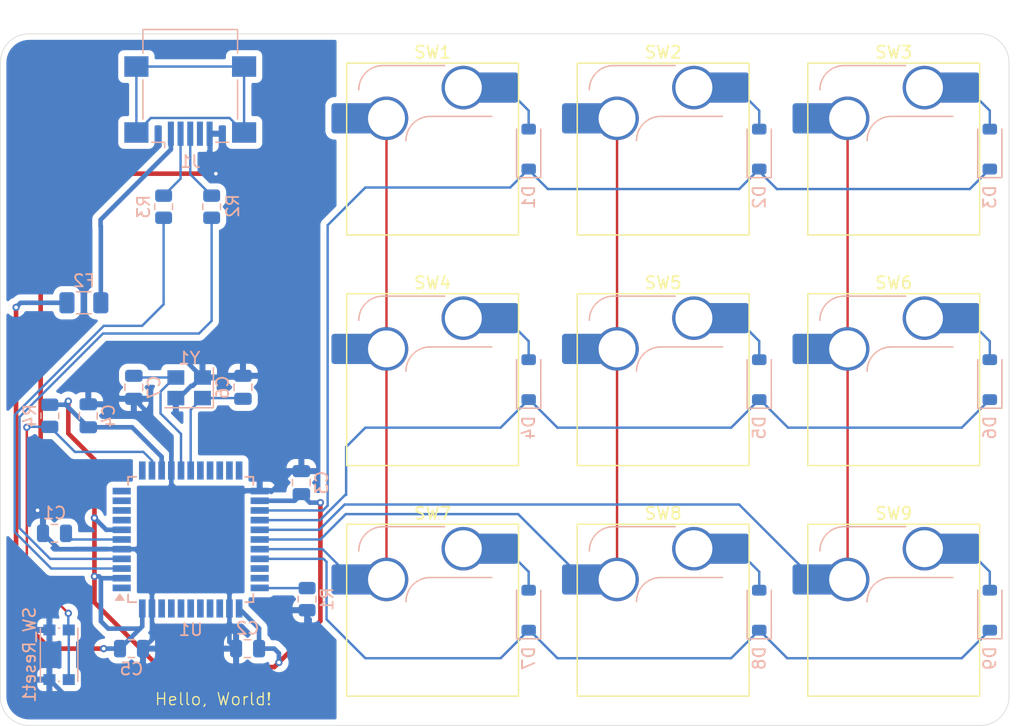
<source format=kicad_pcb>
(kicad_pcb (version 20240108) (generator "pcbnew") (generator_version "8.0")
  (layers (0 "F.Cu" signal) (31 "B.Cu" signal) (34 "B.Paste" user) (35 "F.Paste" user) (36 "B.SilkS" user "B.Silkscreen") (37 "F.SilkS" user "F.Silkscreen") (38 "B.Mask" user) (39 "F.Mask" user) (44 "Edge.Cuts" user))
  (net 0 "")
  (net 1 "GND")
  (net 2 "Net-(U1-UCAP)")
  (net 3 "+5V")
  (net 4 "Net-(U1-XTAL1)")
  (net 5 "Net-(U1-XTAL2)")
  (net 6 "/Row0")
  (net 7 "Net-(D1-A)")
  (net 8 "Net-(D2-A)")
  (net 9 "Net-(D3-A)")
  (net 10 "/Row1")
  (net 11 "Net-(D4-A)")
  (net 12 "Net-(D5-A)")
  (net 13 "Net-(D6-A)")
  (net 14 "Net-(D7-A)")
  (net 15 "/Row2")
  (net 16 "Net-(D8-A)")
  (net 17 "Net-(D9-A)")
  (net 18 "VCC")
  (net 19 "unconnected-(J1-Shield-Pad6)")
  (net 20 "/D-")
  (net 21 "/D+")
  (net 23 "Net-(U1-~{HWB}{slash}PE2)")
  (net 24 "Net-(U1-D+)")
  (net 25 "Net-(U1-D-)")
  (net 26 "Net-(U1-~{RESET})")
  (net 27 "/Col0")
  (net 28 "/Col1")
  (net 29 "/Col2")
  (footprint "PCM_Switch_Keyboard_Hotswap_Kailh:SW_Hotswap_Kailh_MX_Plated_1.00u" (layer "F.Cu") (at 127 76.2)
    (property "Reference" "SW5" (at 0 -8 0) (layer "F.SilkS"))
    (property "Value" "SW_Push")
    (pad "" np_thru_hole circle (at -5.08 0) (size 1.75 1.75) (drill 1.75) (layers "*.Cu" "*.Mask"))
    (pad "" np_thru_hole circle (at 0 0) (size 4 4) (drill 4) (layers "*.Cu" "*.Mask"))
    (pad "" np_thru_hole circle (at 5.08 0) (size 1.75 1.75) (drill 1.75) (layers "*.Cu" "*.Mask"))
    (pad "1" smd roundrect (at -6.585 -2.54) (size 3.55 2.5) (layers "B.Cu") (roundrect_rratio 0.1) (net 28 "/Col1"))
    (pad "1" thru_hole circle (at -3.81 -2.54) (size 3.6 3.6) (drill 3.05) (layers "*.Cu" "*.Mask") (net 28 "/Col1"))
    (pad "2" thru_hole circle (at 2.54 -5.08) (size 3.6 3.6) (drill 3.05) (layers "*.Cu" "*.Mask") (net 12 "Net-(D5-A)"))
    (pad "2" smd roundrect (at 5.32 -5.08) (size 3.55 2.5) (layers "B.Cu") (roundrect_rratio 0.1) (net 12 "Net-(D5-A)"))
  )
  (footprint "PCM_Switch_Keyboard_Hotswap_Kailh:SW_Hotswap_Kailh_MX_Plated_1.00u" (layer "F.Cu") (at 146.05 57.15)
    (property "Reference" "SW3" (at 0 -8 0) (layer "F.SilkS"))
    (property "Value" "SW_Push")
    (pad "" np_thru_hole circle (at -5.08 0) (size 1.75 1.75) (drill 1.75) (layers "*.Cu" "*.Mask"))
    (pad "" np_thru_hole circle (at 0 0) (size 4 4) (drill 4) (layers "*.Cu" "*.Mask"))
    (pad "" np_thru_hole circle (at 5.08 0) (size 1.75 1.75) (drill 1.75) (layers "*.Cu" "*.Mask"))
    (pad "1" smd roundrect (at -6.585 -2.54) (size 3.55 2.5) (layers "B.Cu") (roundrect_rratio 0.1) (net 29 "/Col2"))
    (pad "1" thru_hole circle (at -3.81 -2.54) (size 3.6 3.6) (drill 3.05) (layers "*.Cu" "*.Mask") (net 29 "/Col2"))
    (pad "2" thru_hole circle (at 2.54 -5.08) (size 3.6 3.6) (drill 3.05) (layers "*.Cu" "*.Mask") (net 9 "Net-(D3-A)"))
    (pad "2" smd roundrect (at 5.32 -5.08) (size 3.55 2.5) (layers "B.Cu") (roundrect_rratio 0.1) (net 9 "Net-(D3-A)"))
  )
  (footprint "PCM_Switch_Keyboard_Hotswap_Kailh:SW_Hotswap_Kailh_MX_Plated_1.00u" (layer "F.Cu") (at 127 57.15)
    (property "Reference" "SW2" (at 0 -8 0) (layer "F.SilkS"))
    (property "Value" "SW_Push")
    (pad "" np_thru_hole circle (at -5.08 0) (size 1.75 1.75) (drill 1.75) (layers "*.Cu" "*.Mask"))
    (pad "" np_thru_hole circle (at 0 0) (size 4 4) (drill 4) (layers "*.Cu" "*.Mask"))
    (pad "" np_thru_hole circle (at 5.08 0) (size 1.75 1.75) (drill 1.75) (layers "*.Cu" "*.Mask"))
    (pad "1" smd roundrect (at -6.585 -2.54) (size 3.55 2.5) (layers "B.Cu") (roundrect_rratio 0.1) (net 28 "/Col1"))
    (pad "1" thru_hole circle (at -3.81 -2.54) (size 3.6 3.6) (drill 3.05) (layers "*.Cu" "*.Mask") (net 28 "/Col1"))
    (pad "2" thru_hole circle (at 2.54 -5.08) (size 3.6 3.6) (drill 3.05) (layers "*.Cu" "*.Mask") (net 8 "Net-(D2-A)"))
    (pad "2" smd roundrect (at 5.32 -5.08) (size 3.55 2.5) (layers "B.Cu") (roundrect_rratio 0.1) (net 8 "Net-(D2-A)"))
  )
  (footprint "PCM_Switch_Keyboard_Hotswap_Kailh:SW_Hotswap_Kailh_MX_Plated_1.00u" (layer "F.Cu") (at 127 95.25)
    (property "Reference" "SW8" (at 0 -8 0) (layer "F.SilkS"))
    (property "Value" "SW_Push")
    (pad "" np_thru_hole circle (at -5.08 0) (size 1.75 1.75) (drill 1.75) (layers "*.Cu" "*.Mask"))
    (pad "" np_thru_hole circle (at 0 0) (size 4 4) (drill 4) (layers "*.Cu" "*.Mask"))
    (pad "" np_thru_hole circle (at 5.08 0) (size 1.75 1.75) (drill 1.75) (layers "*.Cu" "*.Mask"))
    (pad "1" smd roundrect (at -6.585 -2.54) (size 3.55 2.5) (layers "B.Cu") (roundrect_rratio 0.1) (net 28 "/Col1"))
    (pad "1" thru_hole circle (at -3.81 -2.54) (size 3.6 3.6) (drill 3.05) (layers "*.Cu" "*.Mask") (net 28 "/Col1"))
    (pad "2" thru_hole circle (at 2.54 -5.08) (size 3.6 3.6) (drill 3.05) (layers "*.Cu" "*.Mask") (net 16 "Net-(D8-A)"))
    (pad "2" smd roundrect (at 5.32 -5.08) (size 3.55 2.5) (layers "B.Cu") (roundrect_rratio 0.1) (net 16 "Net-(D8-A)"))
  )
  (footprint "PCM_Switch_Keyboard_Hotswap_Kailh:SW_Hotswap_Kailh_MX_Plated_1.00u" (layer "F.Cu") (at 107.95 95.25)
    (property "Reference" "SW7" (at 0 -8 0) (layer "F.SilkS"))
    (property "Value" "SW_Push")
    (pad "" np_thru_hole circle (at -5.08 0) (size 1.75 1.75) (drill 1.75) (layers "*.Cu" "*.Mask"))
    (pad "" np_thru_hole circle (at 0 0) (size 4 4) (drill 4) (layers "*.Cu" "*.Mask"))
    (pad "" np_thru_hole circle (at 5.08 0) (size 1.75 1.75) (drill 1.75) (layers "*.Cu" "*.Mask"))
    (pad "1" smd roundrect (at -6.585 -2.54) (size 3.55 2.5) (layers "B.Cu") (roundrect_rratio 0.1) (net 27 "/Col0"))
    (pad "1" thru_hole circle (at -3.81 -2.54) (size 3.6 3.6) (drill 3.05) (layers "*.Cu" "*.Mask") (net 27 "/Col0"))
    (pad "2" thru_hole circle (at 2.54 -5.08) (size 3.6 3.6) (drill 3.05) (layers "*.Cu" "*.Mask") (net 14 "Net-(D7-A)"))
    (pad "2" smd roundrect (at 5.32 -5.08) (size 3.55 2.5) (layers "B.Cu") (roundrect_rratio 0.1) (net 14 "Net-(D7-A)"))
  )
  (footprint "PCM_Switch_Keyboard_Hotswap_Kailh:SW_Hotswap_Kailh_MX_Plated_1.00u" (layer "F.Cu") (at 146.05 76.2)
    (property "Reference" "SW6" (at 0 -8 0) (layer "F.SilkS"))
    (property "Value" "SW_Push")
    (pad "" np_thru_hole circle (at -5.08 0) (size 1.75 1.75) (drill 1.75) (layers "*.Cu" "*.Mask"))
    (pad "" np_thru_hole circle (at 0 0) (size 4 4) (drill 4) (layers "*.Cu" "*.Mask"))
    (pad "" np_thru_hole circle (at 5.08 0) (size 1.75 1.75) (drill 1.75) (layers "*.Cu" "*.Mask"))
    (pad "1" smd roundrect (at -6.585 -2.54) (size 3.55 2.5) (layers "B.Cu") (roundrect_rratio 0.1) (net 29 "/Col2"))
    (pad "1" thru_hole circle (at -3.81 -2.54) (size 3.6 3.6) (drill 3.05) (layers "*.Cu" "*.Mask") (net 29 "/Col2"))
    (pad "2" thru_hole circle (at 2.54 -5.08) (size 3.6 3.6) (drill 3.05) (layers "*.Cu" "*.Mask") (net 13 "Net-(D6-A)"))
    (pad "2" smd roundrect (at 5.32 -5.08) (size 3.55 2.5) (layers "B.Cu") (roundrect_rratio 0.1) (net 13 "Net-(D6-A)"))
  )
  (footprint "PCM_Switch_Keyboard_Hotswap_Kailh:SW_Hotswap_Kailh_MX_Plated_1.00u" (layer "F.Cu") (at 107.95 76.2)
    (property "Reference" "SW4" (at 0 -8 0) (layer "F.SilkS"))
    (property "Value" "SW_Push")
    (pad "" np_thru_hole circle (at -5.08 0) (size 1.75 1.75) (drill 1.75) (layers "*.Cu" "*.Mask"))
    (pad "" np_thru_hole circle (at 0 0) (size 4 4) (drill 4) (layers "*.Cu" "*.Mask"))
    (pad "" np_thru_hole circle (at 5.08 0) (size 1.75 1.75) (drill 1.75) (layers "*.Cu" "*.Mask"))
    (pad "1" smd roundrect (at -6.585 -2.54) (size 3.55 2.5) (layers "B.Cu") (roundrect_rratio 0.1) (net 27 "/Col0"))
    (pad "1" thru_hole circle (at -3.81 -2.54) (size 3.6 3.6) (drill 3.05) (layers "*.Cu" "*.Mask") (net 27 "/Col0"))
    (pad "2" thru_hole circle (at 2.54 -5.08) (size 3.6 3.6) (drill 3.05) (layers "*.Cu" "*.Mask") (net 11 "Net-(D4-A)"))
    (pad "2" smd roundrect (at 5.32 -5.08) (size 3.55 2.5) (layers "B.Cu") (roundrect_rratio 0.1) (net 11 "Net-(D4-A)"))
  )
  (footprint "PCM_Switch_Keyboard_Hotswap_Kailh:SW_Hotswap_Kailh_MX_Plated_1.00u" (layer "F.Cu") (at 107.95 57.15)
    (property "Reference" "SW1" (at 0 -8 0) (layer "F.SilkS"))
    (property "Value" "SW_Push")
    (pad "" np_thru_hole circle (at -5.08 0) (size 1.75 1.75) (drill 1.75) (layers "*.Cu" "*.Mask"))
    (pad "" np_thru_hole circle (at 0 0) (size 4 4) (drill 4) (layers "*.Cu" "*.Mask"))
    (pad "" np_thru_hole circle (at 5.08 0) (size 1.75 1.75) (drill 1.75) (layers "*.Cu" "*.Mask"))
    (pad "1" smd roundrect (at -6.585 -2.54) (size 3.55 2.5) (layers "B.Cu") (roundrect_rratio 0.1) (net 27 "/Col0"))
    (pad "1" thru_hole circle (at -3.81 -2.54) (size 3.6 3.6) (drill 3.05) (layers "*.Cu" "*.Mask") (net 27 "/Col0"))
    (pad "2" thru_hole circle (at 2.54 -5.08) (size 3.6 3.6) (drill 3.05) (layers "*.Cu" "*.Mask") (net 7 "Net-(D1-A)"))
    (pad "2" smd roundrect (at 5.32 -5.08) (size 3.55 2.5) (layers "B.Cu") (roundrect_rratio 0.1) (net 7 "Net-(D1-A)"))
  )
  (footprint "PCM_Switch_Keyboard_Hotswap_Kailh:SW_Hotswap_Kailh_MX_Plated_1.00u" (layer "F.Cu") (at 146.05 95.25)
    (property "Reference" "SW9" (at 0 -8 0) (layer "F.SilkS"))
    (property "Value" "SW_Push")
    (pad "" np_thru_hole circle (at -5.08 0) (size 1.75 1.75) (drill 1.75) (layers "*.Cu" "*.Mask"))
    (pad "" np_thru_hole circle (at 0 0) (size 4 4) (drill 4) (layers "*.Cu" "*.Mask"))
    (pad "" np_thru_hole circle (at 5.08 0) (size 1.75 1.75) (drill 1.75) (layers "*.Cu" "*.Mask"))
    (pad "1" smd roundrect (at -6.585 -2.54) (size 3.55 2.5) (layers "B.Cu") (roundrect_rratio 0.1) (net 29 "/Col2"))
    (pad "1" thru_hole circle (at -3.81 -2.54) (size 3.6 3.6) (drill 3.05) (layers "*.Cu" "*.Mask") (net 29 "/Col2"))
    (pad "2" thru_hole circle (at 2.54 -5.08) (size 3.6 3.6) (drill 3.05) (layers "*.Cu" "*.Mask") (net 17 "Net-(D9-A)"))
    (pad "2" smd roundrect (at 5.32 -5.08) (size 3.55 2.5) (layers "B.Cu") (roundrect_rratio 0.1) (net 17 "Net-(D9-A)"))
  )
  (footprint "Connector_USB:USB_Mini-B_Lumberg_2486_01_Horizontal" (layer "B.Cu") (at 87.925 53.18125)
    (property "Reference" "J1" (at 0 5 0) (layer "B.SilkS") (effects (justify mirror)))
    (property "Value" "USB_B_Mini")
    (pad "" np_thru_hole circle (at -2.2 0) (size 1 1) (drill 1) (layers "*.Cu" "*.Mask"))
    (pad "" np_thru_hole circle (at 2.2 0) (size 1 1) (drill 1) (layers "*.Cu" "*.Mask"))
    (pad "1" smd rect (at -1.6 2.7) (size 0.5 2) (layers "B.Cu" "B.Paste" "B.Mask") (net 18 "VCC"))
    (pad "2" smd rect (at -0.8 2.7) (size 0.5 2) (layers "B.Cu" "B.Paste" "B.Mask") (net 20 "/D-"))
    (pad "3" smd rect (at 0 2.7) (size 0.5 2) (layers "B.Cu" "B.Paste" "B.Mask") (net 21 "/D+"))
    (pad "4" smd rect (at 0.8 2.7) (size 0.5 2) (layers "B.Cu" "B.Paste" "B.Mask"))
    (pad "5" smd rect (at 1.6 2.7) (size 0.5 2) (layers "B.Cu" "B.Paste" "B.Mask") (net 1 "GND"))
    (pad "6" smd rect (at -4.45 -2.85) (size 2 1.7) (layers "B.Cu" "B.Paste" "B.Mask") (net 19 "unconnected-(J1-Shield-Pad6)"))
    (pad "6" smd rect (at -4.45 2.6) (size 2 1.7) (layers "B.Cu" "B.Paste" "B.Mask") (net 19 "unconnected-(J1-Shield-Pad6)"))
    (pad "6" smd rect (at 4.45 -2.85) (size 2 1.7) (layers "B.Cu" "B.Paste" "B.Mask") (net 19 "unconnected-(J1-Shield-Pad6)"))
    (pad "6" smd rect (at 4.45 2.6) (size 2 1.7) (layers "B.Cu" "B.Paste" "B.Mask") (net 19 "unconnected-(J1-Shield-Pad6)"))
  )
  (footprint "Resistor_SMD:R_0805_2012Metric" (layer "B.Cu") (at 85.725 61.9125 -90)
    (property "Reference" "R3" (at 0 1.65 90) (layer "B.SilkS") (effects (justify mirror)))
    (property "Value" "22")
    (pad "1" smd roundrect (at -0.9125 0 270) (size 1.025 1.4) (layers "B.Cu" "B.Paste" "B.Mask") (roundrect_rratio 0.243902) (net 20 "/D-"))
    (pad "2" smd roundrect (at 0.9125 0 270) (size 1.025 1.4) (layers "B.Cu" "B.Paste" "B.Mask") (roundrect_rratio 0.243902) (net 25 "Net-(U1-D-)"))
  )
  (footprint "Capacitor_SMD:C_0805_2012Metric" (layer "B.Cu") (at 83.2635 76.835 90)
    (property "Reference" "C7" (at 0 1.68 90) (layer "B.SilkS") (effects (justify mirror)))
    (property "Value" "22pF")
    (pad "1" smd roundrect (at -0.95 0 90) (size 1 1.45) (layers "B.Cu" "B.Paste" "B.Mask") (net 1 "GND"))
    (pad "2" smd roundrect (at 0.95 0 90) (size 1 1.45) (layers "B.Cu" "B.Paste" "B.Mask") (net 5 "Net-(U1-XTAL2)"))
  )
  (footprint "Resistor_SMD:R_0805_2012Metric" (layer "B.Cu") (at 89.69375 61.9125 -90)
    (property "Reference" "R2" (at -0.0635 -1.74625 90) (layer "B.SilkS") (effects (justify mirror)))
    (property "Value" "22")
    (pad "1" smd roundrect (at -0.9125 0 270) (size 1.025 1.4) (layers "B.Cu" "B.Paste" "B.Mask") (roundrect_rratio 0.243902) (net 21 "/D+"))
    (pad "2" smd roundrect (at 0.9125 0 270) (size 1.025 1.4) (layers "B.Cu" "B.Paste" "B.Mask") (roundrect_rratio 0.243902) (net 24 "Net-(U1-D+)"))
  )
  (footprint "Package_QFP:TQFP-44_10x10mm_P0.8mm" (layer "B.Cu") (at 87.9625 89.408)
    (property "Reference" "U1" (at 0 7.45 0) (layer "B.SilkS") (effects (justify mirror)))
    (property "Value" "ATmega32U4-A")
    (pad "1" smd rect (at -5.7 4) (size 1.5 0.55) (layers "B.Cu" "B.Paste" "B.Mask"))
    (pad "2" smd rect (at -5.7 3.2) (size 1.5 0.55) (layers "B.Cu" "B.Paste" "B.Mask") (net 3 "+5V"))
    (pad "3" smd rect (at -5.7 2.4) (size 1.5 0.55) (layers "B.Cu" "B.Paste" "B.Mask") (net 25 "Net-(U1-D-)"))
    (pad "4" smd rect (at -5.7 1.6) (size 1.5 0.55) (layers "B.Cu" "B.Paste" "B.Mask") (net 24 "Net-(U1-D+)"))
    (pad "5" smd rect (at -5.7 0.8) (size 1.5 0.55) (layers "B.Cu" "B.Paste" "B.Mask") (net 1 "GND"))
    (pad "6" smd rect (at -5.7 0) (size 1.5 0.55) (layers "B.Cu" "B.Paste" "B.Mask") (net 2 "Net-(U1-UCAP)"))
    (pad "7" smd rect (at -5.7 -0.8) (size 1.5 0.55) (layers "B.Cu" "B.Paste" "B.Mask") (net 3 "+5V"))
    (pad "8" smd rect (at -5.7 -1.6) (size 1.5 0.55) (layers "B.Cu" "B.Paste" "B.Mask"))
    (pad "9" smd rect (at -5.7 -2.4) (size 1.5 0.55) (layers "B.Cu" "B.Paste" "B.Mask"))
    (pad "10" smd rect (at -5.7 -3.2) (size 1.5 0.55) (layers "B.Cu" "B.Paste" "B.Mask"))
    (pad "11" smd rect (at -5.7 -4) (size 1.5 0.55) (layers "B.Cu" "B.Paste" "B.Mask"))
    (pad "12" smd rect (at -4 -5.7 270) (size 1.5 0.55) (layers "B.Cu" "B.Paste" "B.Mask"))
    (pad "13" smd rect (at -3.2 -5.7 270) (size 1.5 0.55) (layers "B.Cu" "B.Paste" "B.Mask") (net 26 "Net-(U1-~{RESET})"))
    (pad "14" smd rect (at -2.4 -5.7 270) (size 1.5 0.55) (layers "B.Cu" "B.Paste" "B.Mask") (net 3 "+5V"))
    (pad "15" smd rect (at -1.6 -5.7 270) (size 1.5 0.55) (layers "B.Cu" "B.Paste" "B.Mask") (net 1 "GND"))
    (pad "16" smd rect (at -0.8 -5.7 270) (size 1.5 0.55) (layers "B.Cu" "B.Paste" "B.Mask") (net 5 "Net-(U1-XTAL2)"))
    (pad "17" smd rect (at 0 -5.7 270) (size 1.5 0.55) (layers "B.Cu" "B.Paste" "B.Mask") (net 4 "Net-(U1-XTAL1)"))
    (pad "18" smd rect (at 0.8 -5.7 270) (size 1.5 0.55) (layers "B.Cu" "B.Paste" "B.Mask"))
    (pad "19" smd rect (at 1.6 -5.7 270) (size 1.5 0.55) (layers "B.Cu" "B.Paste" "B.Mask"))
    (pad "20" smd rect (at 2.4 -5.7 270) (size 1.5 0.55) (layers "B.Cu" "B.Paste" "B.Mask"))
    (pad "21" smd rect (at 3.2 -5.7 270) (size 1.5 0.55) (layers "B.Cu" "B.Paste" "B.Mask"))
    (pad "22" smd rect (at 4 -5.7 270) (size 1.5 0.55) (layers "B.Cu" "B.Paste" "B.Mask"))
    (pad "23" smd rect (at 5.7 -4) (size 1.5 0.55) (layers "B.Cu" "B.Paste" "B.Mask") (net 1 "GND"))
    (pad "24" smd rect (at 5.7 -3.2) (size 1.5 0.55) (layers "B.Cu" "B.Paste" "B.Mask") (net 3 "+5V"))
    (pad "25" smd rect (at 5.7 -2.4) (size 1.5 0.55) (layers "B.Cu" "B.Paste" "B.Mask") (net 6 "/Row0"))
    (pad "26" smd rect (at 5.7 -1.6) (size 1.5 0.55) (layers "B.Cu" "B.Paste" "B.Mask") (net 10 "/Row1"))
    (pad "27" smd rect (at 5.7 -0.8) (size 1.5 0.55) (layers "B.Cu" "B.Paste" "B.Mask") (net 29 "/Col2"))
    (pad "28" smd rect (at 5.7 0) (size 1.5 0.55) (layers "B.Cu" "B.Paste" "B.Mask") (net 28 "/Col1"))
    (pad "29" smd rect (at 5.7 0.8) (size 1.5 0.55) (layers "B.Cu" "B.Paste" "B.Mask") (net 27 "/Col0"))
    (pad "30" smd rect (at 5.7 1.6) (size 1.5 0.55) (layers "B.Cu" "B.Paste" "B.Mask") (net 15 "/Row2"))
    (pad "31" smd rect (at 5.7 2.4) (size 1.5 0.55) (layers "B.Cu" "B.Paste" "B.Mask"))
    (pad "32" smd rect (at 5.7 3.2) (size 1.5 0.55) (layers "B.Cu" "B.Paste" "B.Mask"))
    (pad "33" smd rect (at 5.7 4) (size 1.5 0.55) (layers "B.Cu" "B.Paste" "B.Mask") (net 23 "Net-(U1-~{HWB}{slash}PE2)"))
    (pad "34" smd rect (at 4 5.7 270) (size 1.5 0.55) (layers "B.Cu" "B.Paste" "B.Mask") (net 3 "+5V"))
    (pad "35" smd rect (at 3.2 5.7 270) (size 1.5 0.55) (layers "B.Cu" "B.Paste" "B.Mask") (net 1 "GND"))
    (pad "36" smd rect (at 2.4 5.7 270) (size 1.5 0.55) (layers "B.Cu" "B.Paste" "B.Mask"))
    (pad "37" smd rect (at 1.6 5.7 270) (size 1.5 0.55) (layers "B.Cu" "B.Paste" "B.Mask"))
    (pad "38" smd rect (at 0.8 5.7 270) (size 1.5 0.55) (layers "B.Cu" "B.Paste" "B.Mask"))
    (pad "39" smd rect (at 0 5.7 270) (size 1.5 0.55) (layers "B.Cu" "B.Paste" "B.Mask"))
    (pad "40" smd rect (at -0.8 5.7 270) (size 1.5 0.55) (layers "B.Cu" "B.Paste" "B.Mask"))
    (pad "41" smd rect (at -1.6 5.7 270) (size 1.5 0.55) (layers "B.Cu" "B.Paste" "B.Mask"))
    (pad "42" smd rect (at -2.4 5.7 270) (size 1.5 0.55) (layers "B.Cu" "B.Paste" "B.Mask"))
    (pad "43" smd rect (at -3.2 5.7 270) (size 1.5 0.55) (layers "B.Cu" "B.Paste" "B.Mask") (net 1 "GND"))
    (pad "44" smd rect (at -4 5.7 270) (size 1.5 0.55) (layers "B.Cu" "B.Paste" "B.Mask") (net 3 "+5V"))
  )
  (footprint "Capacitor_SMD:C_0805_2012Metric" (layer "B.Cu") (at 97.1065 84.709 90)
    (property "Reference" "C3" (at 0 1.68 90) (layer "B.SilkS") (effects (justify mirror)))
    (property "Value" "0.1uF")
    (pad "1" smd roundrect (at -0.95 0 90) (size 1 1.45) (layers "B.Cu" "B.Paste" "B.Mask") (net 3 "+5V"))
    (pad "2" smd roundrect (at 0.95 0 90) (size 1 1.45) (layers "B.Cu" "B.Paste" "B.Mask") (net 1 "GND"))
  )
  (footprint "Capacitor_SMD:C_0805_2012Metric" (layer "B.Cu") (at 83.0705 98.425)
    (property "Reference" "C5" (at 0 1.68 0) (layer "B.SilkS") (effects (justify mirror)))
    (property "Value" "10uF")
    (pad "1" smd roundrect (at -0.95 0) (size 1 1.45) (layers "B.Cu" "B.Paste" "B.Mask") (net 3 "+5V"))
    (pad "2" smd roundrect (at 0.95 0) (size 1 1.45) (layers "B.Cu" "B.Paste" "B.Mask") (net 1 "GND"))
  )
  (footprint "Diode_SMD:D_SOD-123" (layer "B.Cu") (at 134.9375 95.25 90)
    (property "Reference" "D8" (at -3.96875 0 90) (layer "B.SilkS") (effects (justify mirror)))
    (property "Value" "D_Small")
    (pad "1" smd roundrect (at -1.65 0 90) (size 0.9 1.2) (layers "B.Cu" "B.Paste" "B.Mask") (net 15 "/Row2"))
    (pad "2" smd roundrect (at 1.65 0 90) (size 0.9 1.2) (layers "B.Cu" "B.Paste" "B.Mask") (net 16 "Net-(D8-A)"))
  )
  (footprint "Diode_SMD:D_SOD-123" (layer "B.Cu") (at 115.8875 76.2 90)
    (property "Reference" "D4" (at -3.96875 0 90) (layer "B.SilkS") (effects (justify mirror)))
    (property "Value" "D_Small")
    (pad "1" smd roundrect (at -1.65 0 90) (size 0.9 1.2) (layers "B.Cu" "B.Paste" "B.Mask") (net 10 "/Row1"))
    (pad "2" smd roundrect (at 1.65 0 90) (size 0.9 1.2) (layers "B.Cu" "B.Paste" "B.Mask") (net 11 "Net-(D4-A)"))
  )
  (footprint "Capacitor_SMD:C_0805_2012Metric" (layer "B.Cu") (at 92.2805 76.835 -90)
    (property "Reference" "C6" (at 0 1.68 90) (layer "B.SilkS") (effects (justify mirror)))
    (property "Value" "22pF")
    (pad "1" smd roundrect (at -0.95 0 270) (size 1 1.45) (layers "B.Cu" "B.Paste" "B.Mask") (net 1 "GND"))
    (pad "2" smd roundrect (at 0.95 0 270) (size 1 1.45) (layers "B.Cu" "B.Paste" "B.Mask") (net 4 "Net-(U1-XTAL1)"))
  )
  (footprint "Diode_SMD:D_SOD-123" (layer "B.Cu") (at 153.9875 76.2 90)
    (property "Reference" "D6" (at -3.96875 0 90) (layer "B.SilkS") (effects (justify mirror)))
    (property "Value" "D_Small")
    (pad "1" smd roundrect (at -1.65 0 90) (size 0.9 1.2) (layers "B.Cu" "B.Paste" "B.Mask") (net 10 "/Row1"))
    (pad "2" smd roundrect (at 1.65 0 90) (size 0.9 1.2) (layers "B.Cu" "B.Paste" "B.Mask") (net 13 "Net-(D6-A)"))
  )
  (footprint "Capacitor_SMD:C_0805_2012Metric" (layer "B.Cu") (at 79.502 79.187 90)
    (property "Reference" "C4" (at 0 1.68 90) (layer "B.SilkS") (effects (justify mirror)))
    (property "Value" "0.1uF")
    (pad "1" smd roundrect (at -0.95 0 90) (size 1 1.45) (layers "B.Cu" "B.Paste" "B.Mask") (net 3 "+5V"))
    (pad "2" smd roundrect (at 0.95 0 90) (size 1 1.45) (layers "B.Cu" "B.Paste" "B.Mask") (net 1 "GND"))
  )
  (footprint "Diode_SMD:D_SOD-123" (layer "B.Cu") (at 153.9875 95.25 90)
    (property "Reference" "D9" (at -3.96875 0 90) (layer "B.SilkS") (effects (justify mirror)))
    (property "Value" "D_Small")
    (pad "1" smd roundrect (at -1.65 0 90) (size 0.9 1.2) (layers "B.Cu" "B.Paste" "B.Mask") (net 15 "/Row2"))
    (pad "2" smd roundrect (at 1.65 0 90) (size 0.9 1.2) (layers "B.Cu" "B.Paste" "B.Mask") (net 17 "Net-(D9-A)"))
  )
  (footprint "Capacitor_SMD:C_0805_2012Metric" (layer "B.Cu") (at 76.708 88.9 180)
    (property "Reference" "C1" (at 0 1.68 0) (layer "B.SilkS") (effects (justify mirror)))
    (property "Value" "1uF")
    (pad "1" smd roundrect (at -0.95 0 180) (size 1 1.45) (layers "B.Cu" "B.Paste" "B.Mask") (net 2 "Net-(U1-UCAP)"))
    (pad "2" smd roundrect (at 0.95 0 180) (size 1 1.45) (layers "B.Cu" "B.Paste" "B.Mask") (net 1 "GND"))
  )
  (footprint "Diode_SMD:D_SOD-123" (layer "B.Cu") (at 115.8875 95.25 90)
    (property "Reference" "D7" (at -3.96875 0 90) (layer "B.SilkS") (effects (justify mirror)))
    (property "Value" "D_Small")
    (pad "1" smd roundrect (at -1.65 0 90) (size 0.9 1.2) (layers "B.Cu" "B.Paste" "B.Mask") (net 15 "/Row2"))
    (pad "2" smd roundrect (at 1.65 0 90) (size 0.9 1.2) (layers "B.Cu" "B.Paste" "B.Mask") (net 14 "Net-(D7-A)"))
  )
  (footprint "Diode_SMD:D_SOD-123" (layer "B.Cu") (at 134.9375 57.15 90)
    (property "Reference" "D2" (at -3.96875 0 90) (layer "B.SilkS") (effects (justify mirror)))
    (property "Value" "D_Small")
    (pad "1" smd roundrect (at -1.65 0 90) (size 0.9 1.2) (layers "B.Cu" "B.Paste" "B.Mask") (net 6 "/Row0"))
    (pad "2" smd roundrect (at 1.65 0 90) (size 0.9 1.2) (layers "B.Cu" "B.Paste" "B.Mask") (net 8 "Net-(D2-A)"))
  )
  (footprint "Capacitor_SMD:C_0805_2012Metric" (layer "B.Cu") (at 92.6615 98.425 180)
    (property "Reference" "C2" (at 0 1.68 0) (layer "B.SilkS") (effects (justify mirror)))
    (property "Value" "0.1uF")
    (pad "1" smd roundrect (at -0.95 0 180) (size 1 1.45) (layers "B.Cu" "B.Paste" "B.Mask") (net 3 "+5V"))
    (pad "2" smd roundrect (at 0.95 0 180) (size 1 1.45) (layers "B.Cu" "B.Paste" "B.Mask") (net 1 "GND"))
  )
  (footprint "Diode_SMD:D_SOD-123" (layer "B.Cu") (at 115.8875 57.15 90)
    (property "Reference" "D1" (at -3.96875 0 90) (layer "B.SilkS") (effects (justify mirror)))
    (property "Value" "D_Small")
    (pad "1" smd roundrect (at -1.65 0 90) (size 0.9 1.2) (layers "B.Cu" "B.Paste" "B.Mask") (net 6 "/Row0"))
    (pad "2" smd roundrect (at 1.65 0 90) (size 0.9 1.2) (layers "B.Cu" "B.Paste" "B.Mask") (net 7 "Net-(D1-A)"))
  )
  (footprint "Resistor_SMD:R_0805_2012Metric" (layer "B.Cu") (at 97.58025 94.3375 90)
    (property "Reference" "R1" (at 0 1.65 90) (layer "B.SilkS") (effects (justify mirror)))
    (property "Value" "10k")
    (pad "1" smd roundrect (at -0.9125 0 90) (size 1.025 1.4) (layers "B.Cu" "B.Paste" "B.Mask") (roundrect_rratio 0.243902) (net 1 "GND"))
    (pad "2" smd roundrect (at 0.9125 0 90) (size 1.025 1.4) (layers "B.Cu" "B.Paste" "B.Mask") (roundrect_rratio 0.243902) (net 23 "Net-(U1-~{HWB}{slash}PE2)"))
  )
  (footprint "Diode_SMD:D_SOD-123" (layer "B.Cu") (at 134.9375 76.2 90)
    (property "Reference" "D5" (at -3.96875 0 90) (layer "B.SilkS") (effects (justify mirror)))
    (property "Value" "D_Small")
    (pad "1" smd roundrect (at -1.65 0 90) (size 0.9 1.2) (layers "B.Cu" "B.Paste" "B.Mask") (net 10 "/Row1"))
    (pad "2" smd roundrect (at 1.65 0 90) (size 0.9 1.2) (layers "B.Cu" "B.Paste" "B.Mask") (net 12 "Net-(D5-A)"))
  )
  (footprint "Fuse:Fuse_1206_3216Metric" (layer "B.Cu") (at 79.1365 69.85 180)
    (property "Reference" "F2" (at 0 1.82 0) (layer "B.SilkS") (effects (justify mirror)))
    (property "Value" "500mA")
    (pad "1" smd roundrect (at -1.4 0 180) (size 1.25 1.75) (layers "B.Cu" "B.Paste" "B.Mask") (roundrect_rratio 0.2) (net 18 "VCC"))
    (pad "2" smd roundrect (at 1.4 0 180) (size 1.25 1.75) (layers "B.Cu" "B.Paste" "B.Mask") (roundrect_rratio 0.2) (net 3 "+5V"))
  )
  (footprint "Crystal:Crystal_SMD_3225-4Pin_3.2x2.5mm" (layer "B.Cu") (at 87.8355 76.874 180)
    (property "Reference" "Y1" (at 0 2.45 0) (layer "B.SilkS") (effects (justify mirror)))
    (property "Value" "16MHz")
    (pad "1" smd rect (at -1.1 -0.85 180) (size 1.4 1.2) (layers "B.Cu" "B.Paste" "B.Mask") (net 4 "Net-(U1-XTAL1)"))
    (pad "2" smd rect (at 1.1 -0.85 180) (size 1.4 1.2) (layers "B.Cu" "B.Paste" "B.Mask") (net 1 "GND"))
    (pad "3" smd rect (at 1.1 0.85 180) (size 1.4 1.2) (layers "B.Cu" "B.Paste" "B.Mask") (net 5 "Net-(U1-XTAL2)"))
    (pad "4" smd rect (at -1.1 0.85 180) (size 1.4 1.2) (layers "B.Cu" "B.Paste" "B.Mask") (net 1 "GND"))
  )
  (footprint "Resistor_SMD:R_0805_2012Metric" (layer "B.Cu") (at 76.327 79.187 -90)
    (property "Reference" "R4" (at 0 1.65 90) (layer "B.SilkS") (effects (justify mirror)))
    (property "Value" "10k")
    (pad "1" smd roundrect (at -0.9125 0 270) (size 1.025 1.4) (layers "B.Cu" "B.Paste" "B.Mask") (roundrect_rratio 0.243902) (net 3 "+5V"))
    (pad "2" smd roundrect (at 0.9125 0 270) (size 1.025 1.4) (layers "B.Cu" "B.Paste" "B.Mask") (roundrect_rratio 0.243902) (net 26 "Net-(U1-~{RESET})"))
  )
  (footprint "Button_Switch_SMD:SW_Push_1P1T_NO_CK_KMR2" (layer "B.Cu") (at 77.089 98.933 -90)
    (property "Reference" "SW_Reset1" (at 0 2.45 90) (layer "B.SilkS") (effects (justify mirror)))
    (property "Value" "SW_Push")
    (pad "1" smd rect (at -2.05 0.8 270) (size 0.9 1) (layers "B.Cu" "B.Paste" "B.Mask") (net 1 "GND"))
    (pad "1" smd rect (at 2.05 0.8 270) (size 0.9 1) (layers "B.Cu" "B.Paste" "B.Mask") (net 1 "GND"))
    (pad "2" smd rect (at -2.05 -0.8 270) (size 0.9 1) (layers "B.Cu" "B.Paste" "B.Mask") (net 26 "Net-(U1-~{RESET})"))
    (pad "2" smd rect (at 2.05 -0.8 270) (size 0.9 1) (layers "B.Cu" "B.Paste" "B.Mask") (net 26 "Net-(U1-~{RESET})"))
  )
  (footprint "Diode_SMD:D_SOD-123" (layer "B.Cu") (at 153.9875 57.15 90)
    (property "Reference" "D3" (at -3.96875 0 90) (layer "B.SilkS") (effects (justify mirror)))
    (property "Value" "D_Small")
    (pad "1" smd roundrect (at -1.65 0 90) (size 0.9 1.2) (layers "B.Cu" "B.Paste" "B.Mask") (net 6 "/Row0"))
    (pad "2" smd roundrect (at 1.65 0 90) (size 0.9 1.2) (layers "B.Cu" "B.Paste" "B.Mask") (net 9 "Net-(D3-A)"))
  )
  (gr_arc (start 74.6125 104.775) (mid 72.928717 104.077533) (end 72.23125 102.39375) (stroke (width 0.05)) (layer "Edge.Cuts"))
  (gr_line (start 72.23125 50.00625) (end 72.23125 102.39375) (stroke (width 0.05)) (layer "Edge.Cuts"))
  (gr_arc (start 153.19375 47.625) (mid 154.877548 48.322452) (end 155.575 50.00625) (stroke (width 0.05)) (layer "Edge.Cuts"))
  (gr_line (start 100.80625 104.775) (end 153.19375 104.775) (stroke (width 0.05)) (layer "Edge.Cuts"))
  (gr_line (start 153.19375 47.625) (end 74.6125 47.625) (stroke (width 0.05)) (layer "Edge.Cuts"))
  (gr_line (start 74.6125 104.775) (end 100.80625 104.775) (stroke (width 0.05)) (layer "Edge.Cuts"))
  (gr_arc (start 155.575 102.39375) (mid 154.877548 104.077548) (end 153.19375 104.775) (stroke (width 0.05)) (layer "Edge.Cuts"))
  (gr_arc (start 72.23125 50.00625) (mid 72.928702 48.322452) (end 74.6125 47.625) (stroke (width 0.05)) (layer "Edge.Cuts"))
  (gr_line (start 155.575 102.39375) (end 155.575 50.00625) (stroke (width 0.05)) (layer "Edge.Cuts"))
  (gr_text "Hello, World!" (at 84.93125 103.1875 0) (layer "F.SilkS") (effects (font (size 1 1) (thickness 0.1)) (justify left bottom)))
  (segment (start 75.311 86.36) (end 75.565 86.106) (width 0.381) (layer "F.Cu") (net 1))
  (segment (start 75.565 59.182) (end 90.043 59.182) (width 0.381) (layer "F.Cu") (net 1))
  (segment (start 75.311 86.995) (end 75.311 86.36) (width 0.381) (layer "F.Cu") (net 1))
  (segment (start 75.565 86.106) (end 75.565 59.182) (width 0.381) (layer "F.Cu") (net 1))
  (via (at 90.043 59.182) (size 0.6) (drill 0.3) (layers "F.Cu" "B.Cu") (net 1))
  (via (at 75.311 86.995) (size 0.6) (drill 0.3) (layers "F.Cu" "B.Cu") (net 1))
  (segment (start 86.3625 80.884) (end 86.3625 83.708) (width 0.381) (layer "B.Cu") (net 1))
  (segment (start 84.7625 97.683) (end 84.7625 95.108) (width 0.381) (layer "B.Cu") (net 1))
  (segment (start 97.79 99.314) (end 97.79 96.012) (width 0.381) (layer "B.Cu") (net 1))
  (segment (start 89.535 58.674) (end 89.535 55.89125) (width 0.381) (layer "B.Cu") (net 1))
  (segment (start 91.1625 97.876) (end 91.1625 95.108) (width 0.381) (layer "B.Cu") (net 1))
  (segment (start 80.65 78.237) (end 81.661 79.248) (width 0.381) (layer "B.Cu") (net 1))
  (segment (start 86.9315 85.408) (end 91.186 85.408) (width 0.381) (layer "B.Cu") (net 1))
  (segment (start 84.7625 91.577) (end 91.1525 91.577) (width 0.381) (layer "B.Cu") (net 1))
  (segment (start 88.9355 76.024) (end 92.1415 76.024) (width 0.381) (layer "B.Cu") (net 1))
  (segment (start 96.327 83.759) (end 94.615 85.471) (width 0.381) (layer "B.Cu") (net 1))
  (segment (start 92.583 100.711) (end 96.393 100.711) (width 0.381) (layer "B.Cu") (net 1))
  (segment (start 84.71775 79.23925) (end 86.3625 80.884) (width 0.381) (layer "B.Cu") (net 1))
  (segment (start 84.0205 98.425) (end 84.0205 99.4945) (width 0.381) (layer "B.Cu") (net 1))
  (segment (start 75.758 88.9) (end 77.066 90.208) (width 0.381) (layer "B.Cu") (net 1))
  (segment (start 86.3625 84.839) (end 86.9315 85.408) (width 0.381) (layer "B.Cu") (net 1))
  (segment (start 84.709 79.248) (end 84.71775 79.23925) (width 0.381) (layer "B.Cu") (net 1))
  (segment (start 94.615 85.471) (end 94.552 85.408) (width 0.381) (layer "B.Cu") (net 1))
  (segment (start 97.79 96.012) (end 97.58025 95.80225) (width 0.381) (layer "B.Cu") (net 1))
  (segment (start 75.758 87.442) (end 75.311 86.995) (width 0.381) (layer "B.Cu") (net 1))
  (segment (start 97.1065 83.759) (end 96.327 83.759) (width 0.381) (layer "B.Cu") (net 1))
  (segment (start 83.2635 77.785) (end 82.103 77.785) (width 0.381) (layer "B.Cu") (net 1))
  (segment (start 81.534 77.216) (end 81.534 74.676) (width 0.381) (layer "B.Cu") (net 1))
  (segment (start 96.393 100.711) (end 97.79 99.314) (width 0.381) (layer "B.Cu") (net 1))
  (segment (start 91.7115 99.8395) (end 92.583 100.711) (width 0.381) (layer "B.Cu") (net 1))
  (segment (start 81.534 74.676) (end 87.5875 74.676) (width 0.381) (layer "B.Cu") (net 1))
  (segment (start 87.5875 74.676) (end 88.9355 76.024) (width 0.381) (layer "B.Cu") (net 1))
  (segment (start 77.066 90.208) (end 82.2625 90.208) (width 0.381) (layer "B.Cu") (net 1))
  (segment (start 82.103 77.785) (end 81.534 77.216) (width 0.381) (layer "B.Cu") (net 1))
  (segment (start 84.7625 91.577) (end 83.3935 90.208) (width 0.381) (layer "B.Cu") (net 1))
  (segment (start 88.138 76.708) (end 88.011 76.708) (width 0.381) (layer "B.Cu") (net 1))
  (segment (start 91.1525 91.577) (end 91.1625 91.567) (width 0.381) (layer "B.Cu") (net 1))
  (segment (start 83.3935 90.208) (end 82.2625 90.208) (width 0.381) (layer "B.Cu") (net 1))
  (segment (start 84.0205 98.425) (end 84.7625 97.683) (width 0.381) (layer "B.Cu") (net 1))
  (segment (start 88.9355 76.024) (end 88.822 76.024) (width 0.381) (layer "B.Cu") (net 1))
  (segment (start 83.2635 77.785) (end 84.71775 79.23925) (width 0.381) (layer "B.Cu") (net 1))
  (segment (start 90.043 59.182) (end 89.535 58.674) (width 0.381) (layer "B.Cu") (net 1))
  (segment (start 91.186 85.408) (end 93.6625 85.408) (width 0.381) (layer "B.Cu") (net 1))
  (segment (start 79.502 78.237) (end 80.65 78.237) (width 0.381) (layer "B.Cu") (net 1))
  (segment (start 91.1625 95.108) (end 91.1625 91.567) (width 0.381) (layer "B.Cu") (net 1))
  (segment (start 91.7115 98.425) (end 91.1625 97.876) (width 0.381) (layer "B.Cu") (net 1))
  (segment (start 91.7115 98.425) (end 91.7115 99.8395) (width 0.381) (layer "B.Cu") (net 1))
  (segment (start 94.552 85.408) (end 93.6625 85.408) (width 0.381) (layer "B.Cu") (net 1))
  (segment (start 91.1625 91.567) (end 91.1625 85.4315) (width 0.381) (layer "B.Cu") (net 1))
  (segment (start 88.011 76.708) (end 86.995 77.724) (width 0.381) (layer "B.Cu") (net 1))
  (segment (start 84.0205 99.4945) (end 80.772 102.743) (width 0.381) (layer "B.Cu") (net 1))
  (segment (start 97.58025 95.80225) (end 97.58025 95.25) (width 0.381) (layer "B.Cu") (net 1))
  (segment (start 86.3625 83.708) (end 86.3625 84.839) (width 0.381) (layer "B.Cu") (net 1))
  (segment (start 84.7625 95.108) (end 84.7625 91.577) (width 0.381) (layer "B.Cu") (net 1))
  (segment (start 86.995 77.724) (end 86.7355 77.724) (width 0.381) (layer "B.Cu") (net 1))
  (segment (start 78.049 102.743) (end 76.289 100.983) (width 0.381) (layer "B.Cu") (net 1))
  (segment (start 92.1415 76.024) (end 92.2805 75.885) (width 0.381) (layer "B.Cu") (net 1))
  (segment (start 86.3625 82.577) (end 86.3625 83.708) (width 0.381) (layer "B.Cu") (net 1))
  (segment (start 89.535 55.89125) (end 89.525 55.88125) (width 0.381) (layer "B.Cu") (net 1))
  (segment (start 81.661 79.248) (end 84.709 79.248) (width 0.381) (layer "B.Cu") (net 1))
  (segment (start 80.772 102.743) (end 78.049 102.743) (width 0.381) (layer "B.Cu") (net 1))
  (segment (start 75.758 88.9) (end 75.758 87.442) (width 0.381) (layer "B.Cu") (net 1))
  (segment (start 91.1625 85.4315) (end 91.186 85.408) (width 0.381) (layer "B.Cu") (net 1))
  (segment (start 88.822 76.024) (end 88.138 76.708) (width 0.381) (layer "B.Cu") (net 1))
  (segment (start 78.166 89.408) (end 82.2625 89.408) (width 0.2) (layer "B.Cu") (net 2))
  (segment (start 77.658 88.9) (end 78.166 89.408) (width 0.2) (layer "B.Cu") (net 2))
  (segment (start 80.01 87.63) (end 80.01 92.456) (width 0.381) (layer "F.Cu") (net 3))
  (segment (start 98.679 96.139) (end 98.679 86.36) (width 0.381) (layer "F.Cu") (net 3))
  (segment (start 73.533 73.406) (end 73.533 70.231) (width 0.381) (layer "F.Cu") (net 3))
  (segment (start 80.01 92.456) (end 80.01 94.615) (width 0.381) (layer "F.Cu") (net 3))
  (segment (start 85.344 99.949) (end 94.869 99.949) (width 0.381) (layer "F.Cu") (net 3))
  (segment (start 73.533 95.631) (end 73.533 73.406) (width 0.381) (layer "F.Cu") (net 3))
  (segment (start 80.772 98.425) (end 76.327 98.425) (width 0.381) (layer "F.Cu") (net 3))
  (segment (start 95.25 99.568) (end 98.679 96.139) (width 0.381) (layer "F.Cu") (net 3))
  (segment (start 77.851 80.645) (end 77.851 77.978) (width 0.381) (layer "F.Cu") (net 3))
  (segment (start 80.01 94.615) (end 85.344 99.949) (width 0.381) (layer "F.Cu") (net 3))
  (segment (start 80.01 87.63) (end 80.01 82.804) (width 0.381) (layer "F.Cu") (net 3))
  (segment (start 94.869 99.949) (end 95.25 99.568) (width 0.381) (layer "F.Cu") (net 3))
  (segment (start 80.01 82.804) (end 77.851 80.645) (width 0.381) (layer "F.Cu") (net 3))
  (segment (start 76.327 98.425) (end 73.533 95.631) (width 0.381) (layer "F.Cu") (net 3))
  (via (at 80.01 92.456) (size 0.6) (drill 0.3) (layers "F.Cu" "B.Cu") (net 3))
  (via (at 80.01 87.63) (size 0.6) (drill 0.3) (layers "F.Cu" "B.Cu") (net 3))
  (via (at 73.533 70.231) (size 0.6) (drill 0.3) (layers "F.Cu" "B.Cu") (net 3))
  (via (at 95.25 99.568) (size 0.6) (drill 0.3) (layers "F.Cu" "B.Cu") (net 3))
  (via (at 98.679 86.36) (size 0.6) (drill 0.3) (layers "F.Cu" "B.Cu") (net 3))
  (via (at 77.851 77.978) (size 0.6) (drill 0.3) (layers "F.Cu" "B.Cu") (net 3))
  (via (at 80.772 98.425) (size 0.6) (drill 0.3) (layers "F.Cu" "B.Cu") (net 3))
  (segment (start 96.5575 86.208) (end 93.6625 86.208) (width 0.381) (layer "B.Cu") (net 3))
  (segment (start 97.1065 85.659) (end 96.5575 86.208) (width 0.381) (layer "B.Cu") (net 3))
  (segment (start 97.8075 86.36) (end 97.1065 85.659) (width 0.381) (layer "B.Cu") (net 3))
  (segment (start 95.25 98.806) (end 94.869 98.425) (width 0.381) (layer "B.Cu") (net 3))
  (segment (start 79.502 80.137) (end 77.6395 78.2745) (width 0.381) (layer "B.Cu") (net 3))
  (segment (start 95.25 99.568) (end 95.25 98.806) (width 0.381) (layer "B.Cu") (net 3))
  (segment (start 80.391 92.456) (end 80.543 92.608) (width 0.381) (layer "B.Cu") (net 3))
  (segment (start 93.6115 96.757) (end 91.9625 95.108) (width 0.381) (layer "B.Cu") (net 3))
  (segment (start 83.9625 95.108) (end 83.9625 96.583) (width 0.381) (layer "B.Cu") (net 3))
  (segment (start 79.502 80.137) (end 83.1225 80.137) (width 0.381) (layer "B.Cu") (net 3))
  (segment (start 94.869 98.425) (end 93.6115 98.425) (width 0.381) (layer "B.Cu") (net 3))
  (segment (start 81.153 96.774) (end 83.693 96.774) (width 0.381) (layer "B.Cu") (net 3))
  (segment (start 98.679 86.36) (end 97.8075 86.36) (width 0.381) (layer "B.Cu") (net 3))
  (segment (start 77.6395 78.1895) (end 77.851 77.978) (width 0.381) (layer "B.Cu") (net 3))
  (segment (start 77.6395 78.2745) (end 77.6395 78.1895) (width 0.381) (layer "B.Cu") (net 3))
  (segment (start 80.01 87.63) (end 80.988 88.608) (width 0.381) (layer "B.Cu") (net 3))
  (segment (start 80.988 88.608) (end 82.2625 88.608) (width 0.381) (layer "B.Cu") (net 3))
  (segment (start 83.73225 96.81325) (end 82.1205 98.425) (width 0.381) (layer "B.Cu") (net 3))
  (segment (start 83.693 96.774) (end 83.73225 96.81325) (width 0.381) (layer "B.Cu") (net 3))
  (segment (start 82.1205 98.425) (end 80.772 98.425) (width 0.381) (layer "B.Cu") (net 3))
  (segment (start 85.5625 82.577) (end 85.5625 83.708) (width 0.381) (layer "B.Cu") (net 3))
  (segment (start 80.543 92.608) (end 82.2625 92.608) (width 0.381) (layer "B.Cu") (net 3))
  (segment (start 80.543 92.608) (end 80.543 96.164) (width 0.381) (layer "B.Cu") (net 3))
  (segment (start 83.9625 96.583) (end 83.73225 96.81325) (width 0.381) (layer "B.Cu") (net 3))
  (segment (start 73.533 70.231) (end 73.914 69.85) (width 0.381) (layer "B.Cu") (net 3))
  (segment (start 77.6395 78.2745) (end 76.327 78.2745) (width 0.381) (layer "B.Cu") (net 3))
  (segment (start 80.01 92.456) (end 80.391 92.456) (width 0.381) (layer "B.Cu") (net 3))
  (segment (start 73.914 69.85) (end 77.7365 69.85) (width 0.381) (layer "B.Cu") (net 3))
  (segment (start 80.543 96.164) (end 81.153 96.774) (width 0.381) (layer "B.Cu") (net 3))
  (segment (start 93.6115 98.425) (end 93.6115 96.757) (width 0.381) (layer "B.Cu") (net 3))
  (segment (start 83.1225 80.137) (end 85.5625 82.577) (width 0.381) (layer "B.Cu") (net 3))
  (segment (start 87.9625 78.697) (end 87.9625 83.708) (width 0.2) (layer "B.Cu") (net 4))
  (segment (start 88.9355 77.724) (end 87.9625 78.697) (width 0.2) (layer "B.Cu") (net 4))
  (segment (start 92.2195 77.724) (end 92.2805 77.785) (width 0.2) (layer "B.Cu") (net 4))
  (segment (start 88.9355 77.724) (end 92.2195 77.724) (width 0.2) (layer "B.Cu") (net 4))
  (segment (start 87.1625 80.6855) (end 87.1625 83.708) (width 0.2) (layer "B.Cu") (net 5))
  (segment (start 85.471 77.1885) (end 85.471 78.994) (width 0.2) (layer "B.Cu") (net 5))
  (segment (start 86.7355 76.024) (end 83.4025 76.024) (width 0.2) (layer "B.Cu") (net 5))
  (segment (start 86.6355 76.024) (end 85.471 77.1885) (width 0.2) (layer "B.Cu") (net 5))
  (segment (start 83.4025 76.024) (end 83.2635 75.885) (width 0.2) (layer "B.Cu") (net 5))
  (segment (start 86.7355 76.024) (end 86.6355 76.024) (width 0.2) (layer "B.Cu") (net 5))
  (segment (start 85.471 78.994) (end 87.1625 80.6855) (width 0.2) (layer "B.Cu") (net 5))
  (segment (start 115.8875 58.8) (end 115.8875 58.8645) (width 0.2) (layer "B.Cu") (net 6))
  (segment (start 115.8875 58.8645) (end 117.475 60.452) (width 0.2) (layer "B.Cu") (net 6))
  (segment (start 133.2855 60.452) (end 134.9375 58.8) (width 0.2) (layer "B.Cu") (net 6))
  (segment (start 152.3355 60.452) (end 153.9875 58.8) (width 0.2) (layer "B.Cu") (net 6))
  (segment (start 93.6625 87.008) (end 98.879529 87.008) (width 0.2) (layer "B.Cu") (net 6))
  (segment (start 117.475 60.452) (end 133.2855 60.452) (width 0.2) (layer "B.Cu") (net 6))
  (segment (start 134.9375 58.9915) (end 136.398 60.452) (width 0.2) (layer "B.Cu") (net 6))
  (segment (start 98.879529 87.008) (end 99.279 86.608529) (width 0.2) (layer "B.Cu") (net 6))
  (segment (start 114.3625 60.325) (end 115.8875 58.8) (width 0.2) (layer "B.Cu") (net 6))
  (segment (start 136.398 60.452) (end 152.3355 60.452) (width 0.2) (layer "B.Cu") (net 6))
  (segment (start 99.279 86.608529) (end 99.279 63.43975) (width 0.2) (layer "B.Cu") (net 6))
  (segment (start 102.39375 60.325) (end 114.3625 60.325) (width 0.2) (layer "B.Cu") (net 6))
  (segment (start 134.9375 58.8) (end 134.9375 58.9915) (width 0.2) (layer "B.Cu") (net 6))
  (segment (start 99.279 63.43975) (end 102.39375 60.325) (width 0.2) (layer "B.Cu") (net 6))
  (segment (start 114.2725 52.36) (end 110.47 52.36) (width 0.2) (layer "B.Cu") (net 7))
  (segment (start 115.8875 53.975) (end 114.2725 52.36) (width 0.2) (layer "B.Cu") (net 7))
  (segment (start 115.8875 55.5) (end 115.8875 53.975) (width 0.2) (layer "B.Cu") (net 7))
  (segment (start 133.3225 52.36) (end 129.52 52.36) (width 0.2) (layer "B.Cu") (net 8))
  (segment (start 134.9375 55.5) (end 134.9375 53.975) (width 0.2) (layer "B.Cu") (net 8))
  (segment (start 134.9375 53.975) (end 133.3225 52.36) (width 0.2) (layer "B.Cu") (net 8))
  (segment (start 153.9875 55.5) (end 153.9875 53.975) (width 0.2) (layer "B.Cu") (net 9))
  (segment (start 152.3725 52.36) (end 148.57 52.36) (width 0.2) (layer "B.Cu") (net 9))
  (segment (start 153.9875 53.975) (end 152.3725 52.36) (width 0.2) (layer "B.Cu") (net 9))
  (segment (start 151.66875 80.16875) (end 153.9875 77.85) (width 0.2) (layer "B.Cu") (net 10))
  (segment (start 102.39375 80.16875) (end 113.56875 80.16875) (width 0.2) (layer "B.Cu") (net 10))
  (segment (start 115.95 77.85) (end 118.26875 80.16875) (width 0.2) (layer "B.Cu") (net 10))
  (segment (start 113.56875 80.16875) (end 115.8875 77.85) (width 0.2) (layer "B.Cu") (net 10))
  (segment (start 100.728215 85.725) (end 100.80625 85.725) (width 0.2) (layer "B.Cu") (net 10))
  (segment (start 115.8875 77.85) (end 115.95 77.85) (width 0.2) (layer "B.Cu") (net 10))
  (segment (start 137.31875 80.16875) (end 151.66875 80.16875) (width 0.2) (layer "B.Cu") (net 10))
  (segment (start 132.61875 80.16875) (end 134.9375 77.85) (width 0.2) (layer "B.Cu") (net 10))
  (segment (start 100.80625 81.75625) (end 102.39375 80.16875) (width 0.2) (layer "B.Cu") (net 10))
  (segment (start 135 77.85) (end 137.31875 80.16875) (width 0.2) (layer "B.Cu") (net 10))
  (segment (start 134.9375 77.85) (end 135 77.85) (width 0.2) (layer "B.Cu") (net 10))
  (segment (start 100.80625 85.725) (end 100.80625 81.75625) (width 0.2) (layer "B.Cu") (net 10))
  (segment (start 98.645215 87.808) (end 100.728215 85.725) (width 0.2) (layer "B.Cu") (net 10))
  (segment (start 118.26875 80.16875) (end 132.61875 80.16875) (width 0.2) (layer "B.Cu") (net 10))
  (segment (start 93.6625 87.808) (end 98.645215 87.808) (width 0.2) (layer "B.Cu") (net 10))
  (segment (start 115.8875 74.55) (end 115.8875 73.025) (width 0.2) (layer "B.Cu") (net 11))
  (segment (start 115.8875 73.025) (end 114.2725 71.41) (width 0.2) (layer "B.Cu") (net 11))
  (segment (start 114.2725 71.41) (end 110.47 71.41) (width 0.2) (layer "B.Cu") (net 11))
  (segment (start 133.3225 71.41) (end 129.52 71.41) (width 0.2) (layer "B.Cu") (net 12))
  (segment (start 134.9375 74.55) (end 134.9375 73.025) (width 0.2) (layer "B.Cu") (net 12))
  (segment (start 134.9375 73.025) (end 133.3225 71.41) (width 0.2) (layer "B.Cu") (net 12))
  (segment (start 153.9875 74.55) (end 153.9875 73.025) (width 0.2) (layer "B.Cu") (net 13))
  (segment (start 153.9875 73.025) (end 152.3725 71.41) (width 0.2) (layer "B.Cu") (net 13))
  (segment (start 152.3725 71.41) (end 148.57 71.41) (width 0.2) (layer "B.Cu") (net 13))
  (segment (start 114.2725 90.46) (end 110.47 90.46) (width 0.2) (layer "B.Cu") (net 14))
  (segment (start 115.8875 92.075) (end 114.2725 90.46) (width 0.2) (layer "B.Cu") (net 14))
  (segment (start 115.8875 93.6) (end 115.8875 92.075) (width 0.2) (layer "B.Cu") (net 14))
  (segment (start 99.187 96.012) (end 102.39375 99.21875) (width 0.2) (layer "B.Cu") (net 15))
  (segment (start 115.8875 96.9) (end 115.95 96.9) (width 0.2) (layer "B.Cu") (net 15))
  (segment (start 98.9455 91.008) (end 99.187 91.2495) (width 0.2) (layer "B.Cu") (net 15))
  (segment (start 134.9375 96.9) (end 137.25625 99.21875) (width 0.2) (layer "B.Cu") (net 15))
  (segment (start 102.39375 99.21875) (end 113.56875 99.21875) (width 0.2) (layer "B.Cu") (net 15))
  (segment (start 118.26875 99.21875) (end 132.61875 99.21875) (width 0.2) (layer "B.Cu") (net 15))
  (segment (start 132.61875 99.21875) (end 134.9375 96.9) (width 0.2) (layer "B.Cu") (net 15))
  (segment (start 151.66875 99.21875) (end 153.9875 96.9) (width 0.2) (layer "B.Cu") (net 15))
  (segment (start 137.25625 99.21875) (end 151.66875 99.21875) (width 0.2) (layer "B.Cu") (net 15))
  (segment (start 93.6625 91.008) (end 98.9455 91.008) (width 0.2) (layer "B.Cu") (net 15))
  (segment (start 115.95 96.9) (end 118.26875 99.21875) (width 0.2) (layer "B.Cu") (net 15))
  (segment (start 99.187 91.2495) (end 99.187 96.012) (width 0.2) (layer "B.Cu") (net 15))
  (segment (start 113.56875 99.21875) (end 115.8875 96.9) (width 0.2) (layer "B.Cu") (net 15))
  (segment (start 133.3225 90.46) (end 129.52 90.46) (width 0.2) (layer "B.Cu") (net 16))
  (segment (start 134.9375 92.075) (end 133.3225 90.46) (width 0.2) (layer "B.Cu") (net 16))
  (segment (start 134.9375 93.6) (end 134.9375 92.075) (width 0.2) (layer "B.Cu") (net 16))
  (segment (start 153.9875 93.6) (end 153.9875 92.075) (width 0.2) (layer "B.Cu") (net 17))
  (segment (start 153.9875 92.075) (end 152.3725 90.46) (width 0.2) (layer "B.Cu") (net 17))
  (segment (start 152.3725 90.46) (end 148.57 90.46) (width 0.2) (layer "B.Cu") (net 17))
  (segment (start 80.518 62.992) (end 80.518 63.5) (width 0.381) (layer "B.Cu") (net 18))
  (segment (start 80.518 63.5) (end 80.5365 63.5185) (width 0.381) (layer "B.Cu") (net 18))
  (segment (start 86.325 57.185) (end 80.518 62.992) (width 0.381) (layer "B.Cu") (net 18))
  (segment (start 80.5365 63.5185) (end 80.5365 69.85) (width 0.381) (layer "B.Cu") (net 18))
  (segment (start 86.325 55.88125) (end 86.325 57.185) (width 0.381) (layer "B.Cu") (net 18))
  (segment (start 84.675 54.58125) (end 83.475 55.78125) (width 0.2) (layer "B.Cu") (net 19))
  (segment (start 91.175 54.58125) (end 84.675 54.58125) (width 0.2) (layer "B.Cu") (net 19))
  (segment (start 83.475 55.78125) (end 83.475 50.33125) (width 0.2) (layer "B.Cu") (net 19))
  (segment (start 83.475 50.33125) (end 92.375 50.33125) (width 0.2) (layer "B.Cu") (net 19))
  (segment (start 92.375 55.78125) (end 91.175 54.58125) (width 0.2) (layer "B.Cu") (net 19))
  (segment (start 92.375 50.33125) (end 92.375 55.78125) (width 0.2) (layer "B.Cu") (net 19))
  (segment (start 87.125 59.6) (end 85.725 61) (width 0.2) (layer "B.Cu") (net 20))
  (segment (start 87.125 55.88125) (end 87.125 59.6) (width 0.2) (layer "B.Cu") (net 20))
  (segment (start 87.925 59.23125) (end 89.69375 61) (width 0.2) (layer "B.Cu") (net 21))
  (segment (start 87.925 55.88125) (end 87.925 59.23125) (width 0.2) (layer "B.Cu") (net 21))
  (segment (start 97.58025 93.425) (end 93.6795 93.425) (width 0.2) (layer "B.Cu") (net 23))
  (segment (start 93.6795 93.425) (end 93.6625 93.408) (width 0.2) (layer "B.Cu") (net 23))
  (segment (start 89.69375 71.34225) (end 88.646 72.39) (width 0.2) (layer "B.Cu") (net 24))
  (segment (start 80.714256 72.39) (end 73.822 79.282256) (width 0.2) (layer "B.Cu") (net 24))
  (segment (start 73.822 79.282256) (end 73.822 88.473744) (width 0.2) (layer "B.Cu") (net 24))
  (segment (start 76.356256 91.008) (end 82.2625 91.008) (width 0.2) (layer "B.Cu") (net 24))
  (segment (start 89.69375 62.825) (end 89.69375 71.34225) (width 0.2) (layer "B.Cu") (net 24))
  (segment (start 88.646 72.39) (end 80.714256 72.39) (width 0.2) (layer "B.Cu") (net 24))
  (segment (start 73.822 88.473744) (end 76.356256 91.008) (width 0.2) (layer "B.Cu") (net 24))
  (segment (start 76.441 91.808) (end 82.2625 91.808) (width 0.2) (layer "B.Cu") (net 25))
  (segment (start 73.422 88.789) (end 76.441 91.808) (width 0.2) (layer "B.Cu") (net 25))
  (segment (start 83.947 71.755) (end 80.78357 71.755) (width 0.2) (layer "B.Cu") (net 25))
  (segment (start 85.725 62.825) (end 85.725 69.977) (width 0.2) (layer "B.Cu") (net 25))
  (segment (start 73.422 79.11657) (end 73.422 88.789) (width 0.2) (layer "B.Cu") (net 25))
  (segment (start 85.725 69.977) (end 83.947 71.755) (width 0.2) (layer "B.Cu") (net 25))
  (segment (start 80.78357 71.755) (end 73.422 79.11657) (width 0.2) (layer "B.Cu") (net 25))
  (segment (start 74.422 92.075) (end 77.851 95.504) (width 0.2) (layer "F.Cu") (net 26))
  (segment (start 74.422 80.137) (end 74.422 92.075) (width 0.2) (layer "F.Cu") (net 26))
  (via (at 74.422 80.137) (size 0.6) (drill 0.3) (layers "F.Cu" "B.Cu") (net 26))
  (via (at 77.851 95.504) (size 0.6) (drill 0.3) (layers "F.Cu" "B.Cu") (net 26))
  (segment (start 77.851 95.504) (end 77.851 96.845) (width 0.2) (layer "B.Cu") (net 26))
  (segment (start 84.7625 82.883) (end 84.7625 83.708) (width 0.2) (layer "B.Cu") (net 26))
  (segment (start 74.4595 80.0995) (end 74.422 80.137) (width 0.2) (layer "B.Cu") (net 26))
  (segment (start 78.3965 82.169) (end 84.0485 82.169) (width 0.2) (layer "B.Cu") (net 26))
  (segment (start 77.851 96.845) (end 77.889 96.883) (width 0.2) (layer "B.Cu") (net 26))
  (segment (start 84.0485 82.169) (end 84.7625 82.883) (width 0.2) (layer "B.Cu") (net 26))
  (segment (start 76.327 80.0995) (end 74.4595 80.0995) (width 0.2) (layer "B.Cu") (net 26))
  (segment (start 76.327 80.0995) (end 78.3965 82.169) (width 0.2) (layer "B.Cu") (net 26))
  (segment (start 77.889 100.983) (end 77.889 96.883) (width 0.2) (layer "B.Cu") (net 26))
  (segment (start 104.14 92.71) (end 104.14 73.66) (width 0.2) (layer "F.Cu") (net 27))
  (segment (start 104.14 73.66) (end 104.14 54.61) (width 0.2) (layer "F.Cu") (net 27))
  (segment (start 93.6625 90.208) (end 98.863 90.208) (width 0.2) (layer "B.Cu") (net 27))
  (segment (start 98.863 90.208) (end 101.365 92.71) (width 0.2) (layer "B.Cu") (net 27))
  (segment (start 123.19 92.71) (end 123.19 73.66) (width 0.2) (layer "F.Cu") (net 28))
  (segment (start 123.19 73.66) (end 123.19 54.61) (width 0.2) (layer "F.Cu") (net 28))
  (segment (start 100.7745 87.3125) (end 115.0175 87.3125) (width 0.2) (layer "B.Cu") (net 28))
  (segment (start 93.6625 89.408) (end 98.679 89.408) (width 0.2) (layer "B.Cu") (net 28))
  (segment (start 115.0175 87.3125) (end 120.415 92.71) (width 0.2) (layer "B.Cu") (net 28))
  (segment (start 98.679 89.408) (end 100.7745 87.3125) (width 0.2) (layer "B.Cu") (net 28))
  (segment (start 142.24 92.71) (end 142.24 54.61) (width 0.2) (layer "F.Cu") (net 29))
  (segment (start 98.59 88.608) (end 100.67925 86.51875) (width 0.2) (layer "B.Cu") (net 29))
  (segment (start 93.6625 88.608) (end 98.59 88.608) (width 0.2) (layer "B.Cu") (net 29))
  (segment (start 100.67925 86.51875) (end 133.27375 86.51875) (width 0.2) (layer "B.Cu") (net 29))
  (segment (start 133.27375 86.51875) (end 139.465 92.71) (width 0.2) (layer "B.Cu") (net 29))
  (zone (net 1) (net_name "GND") (layer "B.Cu") (connect_pads (clearance 0.5)) (min_thickness 0.25) (fill yes (thermal_gap 0.5) (thermal_bridge_width 0.5))
    (polygon (pts (xy 100.0125 47.625) (xy 72.23125 47.625) (xy 72.23125 104.775) (xy 100.0125 104.775)))
  )
)
</source>
